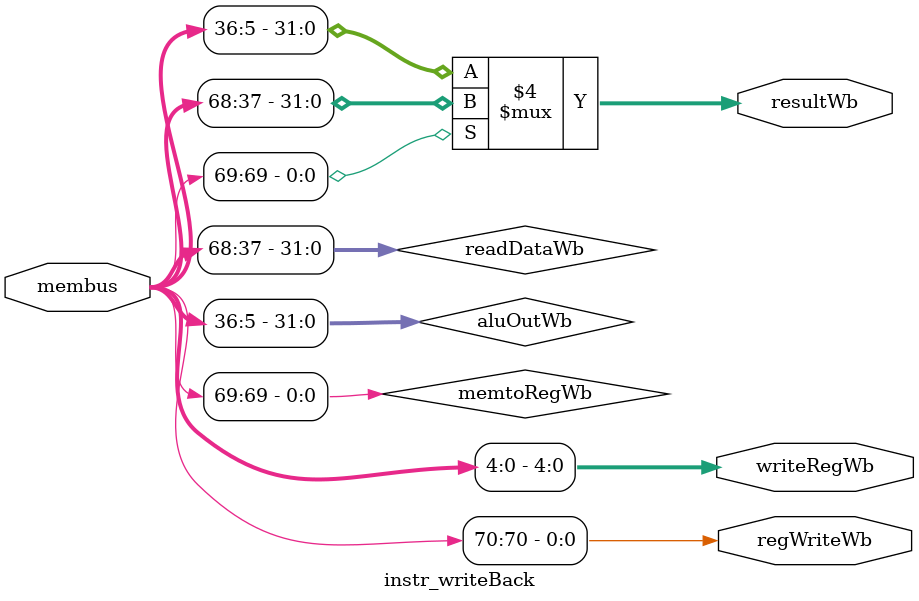
<source format=v>
module instr_writeBack (membus, regWriteWb,
						writeRegWb, resultWb);
	

	input [70:0] membus;
	
	output regWriteWb;
	output [4:0] writeRegWb;
	output [31:0 ]resultWb;

	wire memtoRegWb;
	wire [31:0] aluOutWb;
	wire [31:0] readDataWb;
	reg [31:0] resultWb;
	
	//decode the membus
	assign writeRegWb = membus[4:0];
	assign aluOutWb = membus[36:5];
 	assign readDataWb = membus[68:37];
	assign memtoRegWb = membus[69];
	assign regWriteWb = membus[70];
	
	//fifth pipeline - write back to the register file
	always @ (memtoRegWb, readDataWb, aluOutWb) 
	begin
		if(memtoRegWb == 1'b1)
			resultWb = readDataWb;
		else
			resultWb = aluOutWb;
	end
	
endmodule

</source>
